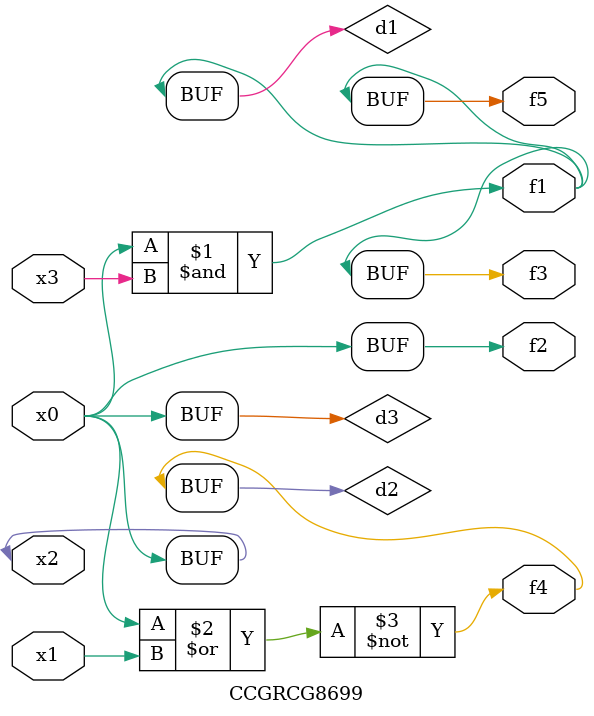
<source format=v>
module CCGRCG8699(
	input x0, x1, x2, x3,
	output f1, f2, f3, f4, f5
);

	wire d1, d2, d3;

	and (d1, x2, x3);
	nor (d2, x0, x1);
	buf (d3, x0, x2);
	assign f1 = d1;
	assign f2 = d3;
	assign f3 = d1;
	assign f4 = d2;
	assign f5 = d1;
endmodule

</source>
